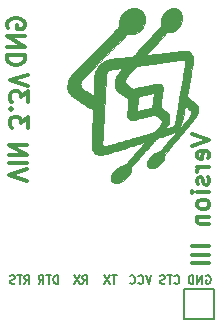
<source format=gbr>
G04 #@! TF.FileFunction,Legend,Bot*
%FSLAX46Y46*%
G04 Gerber Fmt 4.6, Leading zero omitted, Abs format (unit mm)*
G04 Created by KiCad (PCBNEW 4.0.2-4+6225~38~ubuntu14.04.1-stable) date Sat 30 Apr 2016 11:35:10 AM PDT*
%MOMM*%
G01*
G04 APERTURE LIST*
%ADD10C,0.100000*%
%ADD11C,0.300000*%
%ADD12C,0.175000*%
%ADD13C,0.200000*%
%ADD14C,0.010000*%
G04 APERTURE END LIST*
D10*
D11*
X144085571Y-108792071D02*
X145585571Y-109292071D01*
X144085571Y-109792071D01*
X145514143Y-110863499D02*
X145585571Y-110720642D01*
X145585571Y-110434928D01*
X145514143Y-110292071D01*
X145371286Y-110220642D01*
X144799857Y-110220642D01*
X144657000Y-110292071D01*
X144585571Y-110434928D01*
X144585571Y-110720642D01*
X144657000Y-110863499D01*
X144799857Y-110934928D01*
X144942714Y-110934928D01*
X145085571Y-110220642D01*
X145585571Y-111577785D02*
X144585571Y-111577785D01*
X144871286Y-111577785D02*
X144728429Y-111649213D01*
X144657000Y-111720642D01*
X144585571Y-111863499D01*
X144585571Y-112006356D01*
X145514143Y-112434927D02*
X145585571Y-112577784D01*
X145585571Y-112863499D01*
X145514143Y-113006356D01*
X145371286Y-113077784D01*
X145299857Y-113077784D01*
X145157000Y-113006356D01*
X145085571Y-112863499D01*
X145085571Y-112649213D01*
X145014143Y-112506356D01*
X144871286Y-112434927D01*
X144799857Y-112434927D01*
X144657000Y-112506356D01*
X144585571Y-112649213D01*
X144585571Y-112863499D01*
X144657000Y-113006356D01*
X145585571Y-113720642D02*
X144585571Y-113720642D01*
X144085571Y-113720642D02*
X144157000Y-113649213D01*
X144228429Y-113720642D01*
X144157000Y-113792070D01*
X144085571Y-113720642D01*
X144228429Y-113720642D01*
X145585571Y-114649214D02*
X145514143Y-114506356D01*
X145442714Y-114434928D01*
X145299857Y-114363499D01*
X144871286Y-114363499D01*
X144728429Y-114434928D01*
X144657000Y-114506356D01*
X144585571Y-114649214D01*
X144585571Y-114863499D01*
X144657000Y-115006356D01*
X144728429Y-115077785D01*
X144871286Y-115149214D01*
X145299857Y-115149214D01*
X145442714Y-115077785D01*
X145514143Y-115006356D01*
X145585571Y-114863499D01*
X145585571Y-114649214D01*
X144585571Y-115792071D02*
X145585571Y-115792071D01*
X144728429Y-115792071D02*
X144657000Y-115863499D01*
X144585571Y-116006357D01*
X144585571Y-116220642D01*
X144657000Y-116363499D01*
X144799857Y-116434928D01*
X145585571Y-116434928D01*
X145585571Y-118292071D02*
X144085571Y-118292071D01*
X145585571Y-119006357D02*
X144085571Y-119006357D01*
X145585571Y-119720643D02*
X144085571Y-119720643D01*
X130170929Y-112767857D02*
X128670929Y-112267857D01*
X130170929Y-111767857D01*
X128670929Y-111267857D02*
X130170929Y-111267857D01*
X128670929Y-110553571D02*
X130170929Y-110553571D01*
X128670929Y-109696428D01*
X130170929Y-109696428D01*
X128536000Y-99822143D02*
X128464571Y-99679286D01*
X128464571Y-99465000D01*
X128536000Y-99250715D01*
X128678857Y-99107857D01*
X128821714Y-99036429D01*
X129107429Y-98965000D01*
X129321714Y-98965000D01*
X129607429Y-99036429D01*
X129750286Y-99107857D01*
X129893143Y-99250715D01*
X129964571Y-99465000D01*
X129964571Y-99607857D01*
X129893143Y-99822143D01*
X129821714Y-99893572D01*
X129321714Y-99893572D01*
X129321714Y-99607857D01*
X129964571Y-100536429D02*
X128464571Y-100536429D01*
X129964571Y-101393572D01*
X128464571Y-101393572D01*
X129964571Y-102107858D02*
X128464571Y-102107858D01*
X128464571Y-102465001D01*
X128536000Y-102679286D01*
X128678857Y-102822144D01*
X128821714Y-102893572D01*
X129107429Y-102965001D01*
X129321714Y-102965001D01*
X129607429Y-102893572D01*
X129750286Y-102822144D01*
X129893143Y-102679286D01*
X129964571Y-102465001D01*
X129964571Y-102107858D01*
X130234429Y-108259285D02*
X130234429Y-107330714D01*
X129663000Y-107830714D01*
X129663000Y-107616428D01*
X129591571Y-107473571D01*
X129520143Y-107402142D01*
X129377286Y-107330714D01*
X129020143Y-107330714D01*
X128877286Y-107402142D01*
X128805857Y-107473571D01*
X128734429Y-107616428D01*
X128734429Y-108045000D01*
X128805857Y-108187857D01*
X128877286Y-108259285D01*
X128877286Y-106687857D02*
X128805857Y-106616429D01*
X128734429Y-106687857D01*
X128805857Y-106759286D01*
X128877286Y-106687857D01*
X128734429Y-106687857D01*
X130234429Y-106116428D02*
X130234429Y-105187857D01*
X129663000Y-105687857D01*
X129663000Y-105473571D01*
X129591571Y-105330714D01*
X129520143Y-105259285D01*
X129377286Y-105187857D01*
X129020143Y-105187857D01*
X128877286Y-105259285D01*
X128805857Y-105330714D01*
X128734429Y-105473571D01*
X128734429Y-105902143D01*
X128805857Y-106045000D01*
X128877286Y-106116428D01*
X130234429Y-104759286D02*
X128734429Y-104259286D01*
X130234429Y-103759286D01*
D12*
X145313333Y-120808000D02*
X145379999Y-120774667D01*
X145479999Y-120774667D01*
X145579999Y-120808000D01*
X145646666Y-120874667D01*
X145679999Y-120941333D01*
X145713333Y-121074667D01*
X145713333Y-121174667D01*
X145679999Y-121308000D01*
X145646666Y-121374667D01*
X145579999Y-121441333D01*
X145479999Y-121474667D01*
X145413333Y-121474667D01*
X145313333Y-121441333D01*
X145279999Y-121408000D01*
X145279999Y-121174667D01*
X145413333Y-121174667D01*
X144979999Y-121474667D02*
X144979999Y-120774667D01*
X144579999Y-121474667D01*
X144579999Y-120774667D01*
X144246666Y-121474667D02*
X144246666Y-120774667D01*
X144080000Y-120774667D01*
X143980000Y-120808000D01*
X143913333Y-120874667D01*
X143880000Y-120941333D01*
X143846666Y-121074667D01*
X143846666Y-121174667D01*
X143880000Y-121308000D01*
X143913333Y-121374667D01*
X143980000Y-121441333D01*
X144080000Y-121474667D01*
X144246666Y-121474667D01*
X142623333Y-121408000D02*
X142656667Y-121441333D01*
X142756667Y-121474667D01*
X142823333Y-121474667D01*
X142923333Y-121441333D01*
X142990000Y-121374667D01*
X143023333Y-121308000D01*
X143056667Y-121174667D01*
X143056667Y-121074667D01*
X143023333Y-120941333D01*
X142990000Y-120874667D01*
X142923333Y-120808000D01*
X142823333Y-120774667D01*
X142756667Y-120774667D01*
X142656667Y-120808000D01*
X142623333Y-120841333D01*
X142423333Y-120774667D02*
X142023333Y-120774667D01*
X142223333Y-121474667D02*
X142223333Y-120774667D01*
X141823334Y-121441333D02*
X141723334Y-121474667D01*
X141556667Y-121474667D01*
X141490000Y-121441333D01*
X141456667Y-121408000D01*
X141423334Y-121341333D01*
X141423334Y-121274667D01*
X141456667Y-121208000D01*
X141490000Y-121174667D01*
X141556667Y-121141333D01*
X141690000Y-121108000D01*
X141756667Y-121074667D01*
X141790000Y-121041333D01*
X141823334Y-120974667D01*
X141823334Y-120908000D01*
X141790000Y-120841333D01*
X141756667Y-120808000D01*
X141690000Y-120774667D01*
X141523334Y-120774667D01*
X141423334Y-120808000D01*
X140684133Y-120774667D02*
X140450800Y-121474667D01*
X140217467Y-120774667D01*
X139584133Y-121408000D02*
X139617467Y-121441333D01*
X139717467Y-121474667D01*
X139784133Y-121474667D01*
X139884133Y-121441333D01*
X139950800Y-121374667D01*
X139984133Y-121308000D01*
X140017467Y-121174667D01*
X140017467Y-121074667D01*
X139984133Y-120941333D01*
X139950800Y-120874667D01*
X139884133Y-120808000D01*
X139784133Y-120774667D01*
X139717467Y-120774667D01*
X139617467Y-120808000D01*
X139584133Y-120841333D01*
X138884133Y-121408000D02*
X138917467Y-121441333D01*
X139017467Y-121474667D01*
X139084133Y-121474667D01*
X139184133Y-121441333D01*
X139250800Y-121374667D01*
X139284133Y-121308000D01*
X139317467Y-121174667D01*
X139317467Y-121074667D01*
X139284133Y-120941333D01*
X139250800Y-120874667D01*
X139184133Y-120808000D01*
X139084133Y-120774667D01*
X139017467Y-120774667D01*
X138917467Y-120808000D01*
X138884133Y-120841333D01*
X137744133Y-120774667D02*
X137344133Y-120774667D01*
X137544133Y-121474667D02*
X137544133Y-120774667D01*
X137177467Y-120774667D02*
X136710800Y-121474667D01*
X136710800Y-120774667D02*
X137177467Y-121474667D01*
X134838266Y-121474667D02*
X135071600Y-121141333D01*
X135238266Y-121474667D02*
X135238266Y-120774667D01*
X134971600Y-120774667D01*
X134904933Y-120808000D01*
X134871600Y-120841333D01*
X134838266Y-120908000D01*
X134838266Y-121008000D01*
X134871600Y-121074667D01*
X134904933Y-121108000D01*
X134971600Y-121141333D01*
X135238266Y-121141333D01*
X134604933Y-120774667D02*
X134138266Y-121474667D01*
X134138266Y-120774667D02*
X134604933Y-121474667D01*
X132778399Y-121474667D02*
X132778399Y-120774667D01*
X132611733Y-120774667D01*
X132511733Y-120808000D01*
X132445066Y-120874667D01*
X132411733Y-120941333D01*
X132378399Y-121074667D01*
X132378399Y-121174667D01*
X132411733Y-121308000D01*
X132445066Y-121374667D01*
X132511733Y-121441333D01*
X132611733Y-121474667D01*
X132778399Y-121474667D01*
X132178399Y-120774667D02*
X131778399Y-120774667D01*
X131978399Y-121474667D02*
X131978399Y-120774667D01*
X131145066Y-121474667D02*
X131378400Y-121141333D01*
X131545066Y-121474667D02*
X131545066Y-120774667D01*
X131278400Y-120774667D01*
X131211733Y-120808000D01*
X131178400Y-120841333D01*
X131145066Y-120908000D01*
X131145066Y-121008000D01*
X131178400Y-121074667D01*
X131211733Y-121108000D01*
X131278400Y-121141333D01*
X131545066Y-121141333D01*
X129923333Y-121474667D02*
X130156667Y-121141333D01*
X130323333Y-121474667D02*
X130323333Y-120774667D01*
X130056667Y-120774667D01*
X129990000Y-120808000D01*
X129956667Y-120841333D01*
X129923333Y-120908000D01*
X129923333Y-121008000D01*
X129956667Y-121074667D01*
X129990000Y-121108000D01*
X130056667Y-121141333D01*
X130323333Y-121141333D01*
X129723333Y-120774667D02*
X129323333Y-120774667D01*
X129523333Y-121474667D02*
X129523333Y-120774667D01*
X129123334Y-121441333D02*
X129023334Y-121474667D01*
X128856667Y-121474667D01*
X128790000Y-121441333D01*
X128756667Y-121408000D01*
X128723334Y-121341333D01*
X128723334Y-121274667D01*
X128756667Y-121208000D01*
X128790000Y-121174667D01*
X128856667Y-121141333D01*
X128990000Y-121108000D01*
X129056667Y-121074667D01*
X129090000Y-121041333D01*
X129123334Y-120974667D01*
X129123334Y-120908000D01*
X129090000Y-120841333D01*
X129056667Y-120808000D01*
X128990000Y-120774667D01*
X128823334Y-120774667D01*
X128723334Y-120808000D01*
D13*
X145999200Y-124460000D02*
X145999200Y-121920000D01*
X143459200Y-124460000D02*
X145999200Y-124460000D01*
X143459200Y-121920000D02*
X143459200Y-124460000D01*
X145999200Y-121920000D02*
X143459200Y-121920000D01*
D14*
G36*
X137737836Y-112943275D02*
X137859243Y-112918397D01*
X137894227Y-112908759D01*
X138135795Y-112819783D01*
X138359122Y-112697497D01*
X138559736Y-112545071D01*
X138733167Y-112365672D01*
X138816431Y-112255073D01*
X138896220Y-112121110D01*
X138944982Y-111992760D01*
X138967218Y-111855898D01*
X138969780Y-111773699D01*
X138968998Y-111604518D01*
X139175792Y-111377459D01*
X139230804Y-111316591D01*
X139309304Y-111229066D01*
X139407903Y-111118712D01*
X139523209Y-110989351D01*
X139651831Y-110844809D01*
X139790378Y-110688912D01*
X139935459Y-110525484D01*
X140083683Y-110358350D01*
X140231660Y-110191336D01*
X140375997Y-110028265D01*
X140513305Y-109872963D01*
X140640191Y-109729256D01*
X140753266Y-109600967D01*
X140849138Y-109491923D01*
X140924415Y-109405947D01*
X140964920Y-109359367D01*
X141029474Y-109287427D01*
X141090177Y-109224492D01*
X141138792Y-109178865D01*
X141160799Y-109161926D01*
X141197753Y-109145007D01*
X141265906Y-109119181D01*
X141357522Y-109087176D01*
X141464863Y-109051720D01*
X141546879Y-109025793D01*
X141751891Y-108962058D01*
X141922228Y-108908664D01*
X142062090Y-108864114D01*
X142175681Y-108826911D01*
X142267203Y-108795558D01*
X142340857Y-108768558D01*
X142400846Y-108744415D01*
X142451371Y-108721631D01*
X142496635Y-108698710D01*
X142540841Y-108674154D01*
X142551791Y-108667833D01*
X142662823Y-108592765D01*
X142782839Y-108493867D01*
X142901824Y-108380926D01*
X143009766Y-108263730D01*
X143096650Y-108152068D01*
X143126045Y-108106511D01*
X143164228Y-108039341D01*
X143198086Y-107972025D01*
X143228758Y-107900275D01*
X143257382Y-107819800D01*
X143285096Y-107726314D01*
X143313041Y-107615526D01*
X143342353Y-107483148D01*
X143374172Y-107324892D01*
X143409635Y-107136468D01*
X143449883Y-106913587D01*
X143464293Y-106832400D01*
X143488360Y-106693552D01*
X143507452Y-106591738D01*
X143525883Y-106524428D01*
X143547961Y-106489092D01*
X143577999Y-106483198D01*
X143620309Y-106504216D01*
X143679200Y-106549616D01*
X143758985Y-106616868D01*
X143788822Y-106641912D01*
X143885841Y-106724466D01*
X143955189Y-106787823D01*
X144001741Y-106837131D01*
X144030369Y-106877534D01*
X144045628Y-106913106D01*
X144055177Y-107015499D01*
X144026608Y-107130944D01*
X143960110Y-107258917D01*
X143883843Y-107364828D01*
X143841991Y-107416045D01*
X143776132Y-107495036D01*
X143688824Y-107598813D01*
X143582619Y-107724391D01*
X143460074Y-107868782D01*
X143323743Y-108029000D01*
X143176182Y-108202059D01*
X143019945Y-108384973D01*
X142857587Y-108574755D01*
X142691663Y-108768418D01*
X142524728Y-108962976D01*
X142359337Y-109155443D01*
X142198046Y-109342832D01*
X142043408Y-109522157D01*
X141897980Y-109690432D01*
X141764315Y-109844669D01*
X141644970Y-109981883D01*
X141640576Y-109986922D01*
X141397083Y-110266164D01*
X141252121Y-110308962D01*
X141033388Y-110394268D01*
X140829891Y-110514806D01*
X140647372Y-110666295D01*
X140491568Y-110844453D01*
X140445365Y-110910854D01*
X140386145Y-111010938D01*
X140344450Y-111107785D01*
X140314835Y-111216659D01*
X140294621Y-111333280D01*
X140299791Y-111425118D01*
X140335973Y-111519304D01*
X140396669Y-111602537D01*
X140446760Y-111644845D01*
X140483989Y-111667277D01*
X140521056Y-111680729D01*
X140568810Y-111686844D01*
X140638102Y-111687263D01*
X140710920Y-111684819D01*
X140855716Y-111670350D01*
X140985951Y-111636809D01*
X141109472Y-111580338D01*
X141234128Y-111497084D01*
X141367768Y-111383189D01*
X141413912Y-111339447D01*
X141553154Y-111192566D01*
X141657250Y-111053552D01*
X141729355Y-110916685D01*
X141772624Y-110776244D01*
X141788385Y-110660571D01*
X141800043Y-110495862D01*
X142338277Y-109868091D01*
X142473191Y-109710659D01*
X142615273Y-109544728D01*
X142758785Y-109377009D01*
X142897988Y-109214212D01*
X143027144Y-109063047D01*
X143140516Y-108930225D01*
X143221195Y-108835575D01*
X143340692Y-108695552D01*
X143476135Y-108537333D01*
X143617602Y-108372477D01*
X143755170Y-108212546D01*
X143878916Y-108069099D01*
X143907123Y-108036481D01*
X144040845Y-107881142D01*
X144150666Y-107751398D01*
X144239970Y-107642724D01*
X144312139Y-107550597D01*
X144370558Y-107470491D01*
X144418608Y-107397881D01*
X144459673Y-107328243D01*
X144497136Y-107257052D01*
X144511137Y-107228640D01*
X144570868Y-107093166D01*
X144608957Y-106971345D01*
X144629419Y-106845842D01*
X144636268Y-106699320D01*
X144636341Y-106687936D01*
X144635894Y-106613978D01*
X144632026Y-106550126D01*
X144622002Y-106492694D01*
X144603087Y-106437999D01*
X144572545Y-106382355D01*
X144527641Y-106322080D01*
X144465640Y-106253487D01*
X144383807Y-106172893D01*
X144279405Y-106076614D01*
X144149701Y-105960965D01*
X143996860Y-105826560D01*
X143901442Y-105743540D01*
X143828651Y-105678225D01*
X143776355Y-105623494D01*
X143742422Y-105572226D01*
X143724719Y-105517299D01*
X143721115Y-105451593D01*
X143729478Y-105367987D01*
X143747676Y-105259359D01*
X143773577Y-105118589D01*
X143777853Y-105095040D01*
X143803532Y-104952749D01*
X143832119Y-104793938D01*
X143860427Y-104636337D01*
X143885267Y-104497677D01*
X143889271Y-104475280D01*
X143913718Y-104340100D01*
X143942508Y-104183478D01*
X143972227Y-104023862D01*
X143999457Y-103879703D01*
X144002135Y-103865680D01*
X144041497Y-103657565D01*
X144081519Y-103441857D01*
X144120288Y-103229091D01*
X144155895Y-103029800D01*
X144186429Y-102854518D01*
X144199298Y-102778560D01*
X144221624Y-102585145D01*
X144221894Y-102408949D01*
X144200481Y-102255874D01*
X144158629Y-102133593D01*
X144078907Y-102005455D01*
X143977215Y-101895385D01*
X143863775Y-101814312D01*
X143856278Y-101810327D01*
X143779738Y-101781227D01*
X143680720Y-101762979D01*
X143555924Y-101755543D01*
X143402047Y-101758880D01*
X143215790Y-101772951D01*
X142993849Y-101797717D01*
X142976600Y-101799887D01*
X142841512Y-101816732D01*
X142709998Y-101832656D01*
X142591214Y-101846587D01*
X142494319Y-101857449D01*
X142428470Y-101864170D01*
X142427960Y-101864217D01*
X142354932Y-101871516D01*
X142253586Y-101882590D01*
X142135915Y-101896082D01*
X142013916Y-101910640D01*
X141980920Y-101914685D01*
X141665005Y-101953445D01*
X141387482Y-101987007D01*
X141146463Y-102015563D01*
X140940058Y-102039302D01*
X140766379Y-102058417D01*
X140623536Y-102073098D01*
X140509642Y-102083536D01*
X140422806Y-102089922D01*
X140361140Y-102092448D01*
X140322756Y-102091303D01*
X140305764Y-102086680D01*
X140304520Y-102084190D01*
X140317637Y-102064693D01*
X140354734Y-102019062D01*
X140412428Y-101951212D01*
X140487340Y-101865059D01*
X140576086Y-101764517D01*
X140675284Y-101653502D01*
X140705840Y-101619559D01*
X140830352Y-101481351D01*
X140973343Y-101322438D01*
X141126196Y-101152406D01*
X141280298Y-100980844D01*
X141427033Y-100817336D01*
X141544594Y-100686197D01*
X141982029Y-100197920D01*
X142174514Y-100185484D01*
X142288824Y-100176905D01*
X142375131Y-100166142D01*
X142446056Y-100149964D01*
X142514223Y-100125141D01*
X142592254Y-100088443D01*
X142631160Y-100068632D01*
X142793080Y-99964217D01*
X142941137Y-99827643D01*
X143067657Y-99666916D01*
X143145357Y-99532171D01*
X143218886Y-99357024D01*
X143268135Y-99183692D01*
X143290147Y-99023197D01*
X143291048Y-98988880D01*
X143282831Y-98889603D01*
X143260550Y-98772827D01*
X143228303Y-98654368D01*
X143190189Y-98550038D01*
X143163187Y-98495533D01*
X143098514Y-98407332D01*
X143012465Y-98319623D01*
X142919270Y-98245682D01*
X142855089Y-98208117D01*
X142716974Y-98162783D01*
X142560820Y-98145656D01*
X142397582Y-98156463D01*
X142238214Y-98194930D01*
X142161359Y-98225384D01*
X142067254Y-98281374D01*
X141963144Y-98364431D01*
X141857766Y-98465561D01*
X141759859Y-98575770D01*
X141678161Y-98686066D01*
X141626865Y-98775520D01*
X141570070Y-98899858D01*
X141530311Y-99001243D01*
X141504636Y-99092106D01*
X141490094Y-99184879D01*
X141483732Y-99291994D01*
X141482563Y-99383222D01*
X141482047Y-99628960D01*
X141075222Y-100076000D01*
X140977197Y-100183819D01*
X140856751Y-100316468D01*
X140718710Y-100468623D01*
X140567900Y-100634961D01*
X140409145Y-100810159D01*
X140247272Y-100988891D01*
X140087106Y-101165836D01*
X139951692Y-101315520D01*
X139812059Y-101469599D01*
X139678630Y-101616221D01*
X139554266Y-101752287D01*
X139441823Y-101874698D01*
X139344160Y-101980354D01*
X139264136Y-102066156D01*
X139204609Y-102129006D01*
X139168437Y-102165803D01*
X139161957Y-102171836D01*
X139108590Y-102211264D01*
X139050838Y-102234501D01*
X138971608Y-102248116D01*
X138960123Y-102249386D01*
X138903266Y-102255698D01*
X138813537Y-102265979D01*
X138698419Y-102279355D01*
X138565390Y-102294956D01*
X138421931Y-102311909D01*
X138333480Y-102322424D01*
X138177498Y-102340647D01*
X138018292Y-102358600D01*
X137865678Y-102375221D01*
X137729475Y-102389451D01*
X137619502Y-102400228D01*
X137582219Y-102403580D01*
X137469103Y-102414740D01*
X137355975Y-102428322D01*
X137257024Y-102442492D01*
X137194192Y-102453728D01*
X136966384Y-102520547D01*
X136746983Y-102621210D01*
X136541019Y-102751381D01*
X136353522Y-102906726D01*
X136189521Y-103082910D01*
X136054045Y-103275599D01*
X135952124Y-103480459D01*
X135928551Y-103544505D01*
X135909836Y-103605446D01*
X135894129Y-103670829D01*
X135881005Y-103745348D01*
X135870034Y-103833700D01*
X135860788Y-103940579D01*
X135852841Y-104070680D01*
X135845763Y-104228700D01*
X135839126Y-104419333D01*
X135834453Y-104576880D01*
X135827370Y-104815003D01*
X135820563Y-105014932D01*
X135813876Y-105179109D01*
X135807150Y-105309979D01*
X135800230Y-105409984D01*
X135792957Y-105481568D01*
X135785176Y-105527175D01*
X135776729Y-105549247D01*
X135771795Y-105552240D01*
X135749282Y-105541267D01*
X135698720Y-105510743D01*
X135625467Y-105464258D01*
X135534880Y-105405405D01*
X135432318Y-105337774D01*
X135323136Y-105264959D01*
X135212694Y-105190549D01*
X135106349Y-105118138D01*
X135009458Y-105051316D01*
X134927379Y-104993675D01*
X134865469Y-104948807D01*
X134829087Y-104920303D01*
X134828951Y-104920184D01*
X134743036Y-104819350D01*
X134691342Y-104701508D01*
X134675052Y-104573319D01*
X134695349Y-104441442D01*
X134728846Y-104356650D01*
X134744120Y-104329961D01*
X134767101Y-104296698D01*
X134799306Y-104255266D01*
X134842253Y-104204068D01*
X134897458Y-104141509D01*
X134966441Y-104065991D01*
X135050719Y-103975919D01*
X135151809Y-103869696D01*
X135271228Y-103745727D01*
X135410496Y-103602415D01*
X135571129Y-103438163D01*
X135754645Y-103251377D01*
X135962562Y-103040458D01*
X136196397Y-102803813D01*
X136422493Y-102575360D01*
X136602685Y-102393295D01*
X136797705Y-102196067D01*
X137001324Y-101989988D01*
X137207311Y-101781370D01*
X137409438Y-101576523D01*
X137601475Y-101381758D01*
X137777193Y-101203386D01*
X137926781Y-101051360D01*
X138606066Y-100360480D01*
X138891413Y-100360480D01*
X139006015Y-100360063D01*
X139089725Y-100357850D01*
X139152289Y-100352404D01*
X139203451Y-100342285D01*
X139252957Y-100326053D01*
X139310554Y-100302270D01*
X139323435Y-100296684D01*
X139533243Y-100185268D01*
X139713803Y-100047411D01*
X139863464Y-99885569D01*
X139980577Y-99702197D01*
X140063492Y-99499750D01*
X140110559Y-99280683D01*
X140121339Y-99109409D01*
X140104166Y-98903720D01*
X140052615Y-98716971D01*
X139967745Y-98551251D01*
X139850618Y-98408649D01*
X139707961Y-98294889D01*
X139531854Y-98204725D01*
X139342276Y-98151805D01*
X139143341Y-98136732D01*
X138939163Y-98160113D01*
X138882120Y-98173500D01*
X138695782Y-98240761D01*
X138519574Y-98343516D01*
X138349412Y-98484194D01*
X138331795Y-98501200D01*
X138247905Y-98587664D01*
X138185909Y-98664228D01*
X138135208Y-98745402D01*
X138094277Y-98826320D01*
X138042935Y-98942128D01*
X138005685Y-99047109D01*
X137981101Y-99150661D01*
X137967757Y-99262178D01*
X137964225Y-99391060D01*
X137969080Y-99546702D01*
X137973320Y-99623040D01*
X137973538Y-99633963D01*
X137971927Y-99645640D01*
X137967092Y-99659529D01*
X137957638Y-99677090D01*
X137942170Y-99699780D01*
X137919293Y-99729060D01*
X137887613Y-99766388D01*
X137845733Y-99813222D01*
X137792259Y-99871023D01*
X137725796Y-99941249D01*
X137644949Y-100025359D01*
X137548324Y-100124812D01*
X137434524Y-100241067D01*
X137302156Y-100375583D01*
X137149824Y-100529818D01*
X136976132Y-100705233D01*
X136779687Y-100903285D01*
X136559093Y-101125434D01*
X136312955Y-101373139D01*
X136039879Y-101647858D01*
X135972138Y-101716000D01*
X135733006Y-101956742D01*
X135500819Y-102190874D01*
X135277292Y-102416647D01*
X135064143Y-102632312D01*
X134863088Y-102836120D01*
X134675843Y-103026322D01*
X134504123Y-103201168D01*
X134349647Y-103358910D01*
X134214129Y-103497798D01*
X134099286Y-103616084D01*
X134006834Y-103712018D01*
X133938490Y-103783851D01*
X133895970Y-103829835D01*
X133882746Y-103845360D01*
X133804582Y-103964395D01*
X133728586Y-104105855D01*
X133662675Y-104253333D01*
X133614765Y-104390419D01*
X133608252Y-104414320D01*
X133589141Y-104521533D01*
X133578310Y-104652561D01*
X133576017Y-104791582D01*
X133582519Y-104922774D01*
X133598076Y-105030316D01*
X133598185Y-105030804D01*
X133641264Y-105163617D01*
X133709330Y-105303601D01*
X133793944Y-105434817D01*
X133846704Y-105499986D01*
X133880805Y-105535909D01*
X133921408Y-105573596D01*
X133971360Y-105614962D01*
X134033508Y-105661923D01*
X134110699Y-105716391D01*
X134205780Y-105780281D01*
X134321598Y-105855508D01*
X134461001Y-105943986D01*
X134626835Y-106047629D01*
X134821948Y-106168352D01*
X135041640Y-106303438D01*
X135188319Y-106393687D01*
X135324800Y-106478137D01*
X135447012Y-106554233D01*
X135550891Y-106619424D01*
X135632367Y-106671157D01*
X135687373Y-106706878D01*
X135711842Y-106724035D01*
X135712000Y-106724178D01*
X135727864Y-106750310D01*
X135736200Y-106797106D01*
X135738029Y-106872554D01*
X135736960Y-106919286D01*
X135733190Y-107034263D01*
X135728111Y-107183938D01*
X135721935Y-107362401D01*
X135714875Y-107563739D01*
X135707143Y-107782040D01*
X135698952Y-108011392D01*
X135690515Y-108245883D01*
X135682043Y-108479600D01*
X135673749Y-108706632D01*
X135665846Y-108921067D01*
X135658546Y-109116992D01*
X135652061Y-109288495D01*
X135648443Y-109382560D01*
X135641674Y-109561010D01*
X135639258Y-109631466D01*
X136537789Y-109631466D01*
X136538782Y-109586395D01*
X136541901Y-109505991D01*
X136546865Y-109395488D01*
X136553394Y-109260123D01*
X136561209Y-109105131D01*
X136570028Y-108935747D01*
X136579572Y-108757207D01*
X136589560Y-108574745D01*
X136599713Y-108393597D01*
X136609750Y-108218999D01*
X136619391Y-108056186D01*
X136628356Y-107910394D01*
X136636365Y-107786856D01*
X136637011Y-107777280D01*
X136643456Y-107680533D01*
X136650054Y-107578090D01*
X136656969Y-107467056D01*
X136664364Y-107344538D01*
X136672400Y-107207641D01*
X136681241Y-107053471D01*
X136691049Y-106879133D01*
X136701988Y-106681732D01*
X136714220Y-106458375D01*
X136727907Y-106206168D01*
X136743213Y-105922214D01*
X136760300Y-105603622D01*
X136779332Y-105247495D01*
X136780419Y-105227120D01*
X136795747Y-104939120D01*
X136809041Y-104688898D01*
X136820537Y-104473658D01*
X136830471Y-104290599D01*
X136839081Y-104136926D01*
X136846602Y-104009841D01*
X136853272Y-103906544D01*
X136859327Y-103824239D01*
X136865004Y-103760128D01*
X136870539Y-103711412D01*
X136876170Y-103675294D01*
X136882132Y-103648976D01*
X136888662Y-103629661D01*
X136895997Y-103614549D01*
X136904374Y-103600844D01*
X136914030Y-103585748D01*
X136920100Y-103575613D01*
X136961354Y-103511402D01*
X137006790Y-103459181D01*
X137061723Y-103416727D01*
X137131467Y-103381820D01*
X137221336Y-103352237D01*
X137336644Y-103325757D01*
X137482705Y-103300159D01*
X137632440Y-103277799D01*
X137793872Y-103255003D01*
X137919541Y-103237892D01*
X138013880Y-103226163D01*
X138081322Y-103219513D01*
X138126301Y-103217641D01*
X138153248Y-103220242D01*
X138166599Y-103227015D01*
X138170785Y-103237656D01*
X138170920Y-103241025D01*
X138158626Y-103265416D01*
X138124942Y-103314333D01*
X138074667Y-103381226D01*
X138012596Y-103459544D01*
X137996089Y-103479785D01*
X137902696Y-103595823D01*
X137831214Y-103691203D01*
X137776130Y-103775261D01*
X137731927Y-103857328D01*
X137693093Y-103946739D01*
X137654112Y-104052826D01*
X137649303Y-104066713D01*
X137616131Y-104168812D01*
X137595869Y-104251096D01*
X137588436Y-104308450D01*
X138475736Y-104308450D01*
X138483079Y-104223636D01*
X138507077Y-104138912D01*
X138550719Y-104049073D01*
X138616997Y-103948918D01*
X138708900Y-103833245D01*
X138823692Y-103703120D01*
X138916896Y-103600538D01*
X139015680Y-103491084D01*
X139110279Y-103385623D01*
X139190930Y-103295019D01*
X139216332Y-103266240D01*
X139282071Y-103192589D01*
X139340579Y-103129009D01*
X139385299Y-103082500D01*
X139409067Y-103060485D01*
X139446489Y-103045238D01*
X139508054Y-103030845D01*
X139552680Y-103023989D01*
X139604025Y-103017412D01*
X139688571Y-103006209D01*
X139799262Y-102991333D01*
X139929044Y-102973735D01*
X140070862Y-102954366D01*
X140172440Y-102940412D01*
X140348939Y-102916159D01*
X140550906Y-102888490D01*
X140763533Y-102859430D01*
X140972014Y-102831002D01*
X141161542Y-102805228D01*
X141208760Y-102798822D01*
X141369671Y-102776824D01*
X141534494Y-102753971D01*
X141693614Y-102731620D01*
X141837417Y-102711125D01*
X141956290Y-102693843D01*
X142011400Y-102685617D01*
X142127430Y-102668381D01*
X142262108Y-102648947D01*
X142409528Y-102628112D01*
X142563784Y-102606673D01*
X142718969Y-102585427D01*
X142869177Y-102565169D01*
X143008503Y-102546697D01*
X143131039Y-102530809D01*
X143230879Y-102518299D01*
X143302118Y-102509965D01*
X143338289Y-102506626D01*
X143398912Y-102514512D01*
X143452266Y-102533762D01*
X143497155Y-102568496D01*
X143532306Y-102625338D01*
X143563136Y-102713244D01*
X143565162Y-102720398D01*
X143565396Y-102753256D01*
X143558848Y-102819082D01*
X143546461Y-102910943D01*
X143529178Y-103021908D01*
X143507943Y-103145045D01*
X143505726Y-103157278D01*
X143479923Y-103299040D01*
X143453163Y-103446032D01*
X143427611Y-103586364D01*
X143405431Y-103708144D01*
X143391538Y-103784400D01*
X143370797Y-103901572D01*
X143349533Y-104027281D01*
X143330844Y-104142979D01*
X143321993Y-104200960D01*
X143309830Y-104279216D01*
X143292107Y-104387618D01*
X143270478Y-104516323D01*
X143246599Y-104655483D01*
X143222125Y-104795252D01*
X143221214Y-104800400D01*
X143179290Y-105037670D01*
X143137747Y-105274095D01*
X143097355Y-105505201D01*
X143058886Y-105726516D01*
X143023111Y-105933564D01*
X142990801Y-106121870D01*
X142962728Y-106286962D01*
X142939662Y-106424364D01*
X142922374Y-106529603D01*
X142913633Y-106584941D01*
X142898464Y-106679877D01*
X142882928Y-106770038D01*
X142869627Y-106840554D01*
X142865665Y-106859261D01*
X142855270Y-106912048D01*
X142840792Y-106994074D01*
X142824100Y-107094376D01*
X142807067Y-107201992D01*
X142806093Y-107208320D01*
X142774094Y-107404312D01*
X142741532Y-107580466D01*
X142709334Y-107732761D01*
X142678425Y-107857172D01*
X142649734Y-107949677D01*
X142624185Y-108006251D01*
X142621441Y-108010341D01*
X142574873Y-108064356D01*
X142523671Y-108109208D01*
X142478955Y-108134148D01*
X142410446Y-108164473D01*
X142325598Y-108197723D01*
X142231863Y-108231439D01*
X142136696Y-108263162D01*
X142047549Y-108290432D01*
X141971876Y-108310792D01*
X141917131Y-108321781D01*
X141890766Y-108320940D01*
X141889480Y-108318444D01*
X141899605Y-108294419D01*
X141925817Y-108247740D01*
X141953391Y-108202899D01*
X142065089Y-108008943D01*
X142143956Y-107827610D01*
X142192481Y-107651422D01*
X142213157Y-107472904D01*
X142214299Y-107419846D01*
X142211730Y-107329265D01*
X142200827Y-107260259D01*
X142177428Y-107193980D01*
X142153024Y-107142389D01*
X142125845Y-107092149D01*
X142094938Y-107045933D01*
X142055730Y-106999358D01*
X142003645Y-106948039D01*
X141934109Y-106887592D01*
X141842548Y-106813633D01*
X141724385Y-106721779D01*
X141673010Y-106682381D01*
X141594139Y-106619994D01*
X141527727Y-106563599D01*
X141480307Y-106519020D01*
X141458409Y-106492081D01*
X141457856Y-106490511D01*
X141458160Y-106461247D01*
X141463889Y-106398021D01*
X141474308Y-106307043D01*
X141488683Y-106194522D01*
X141506279Y-106066667D01*
X141516003Y-105999280D01*
X141538864Y-105843236D01*
X141563043Y-105678148D01*
X141586787Y-105515990D01*
X141608343Y-105368736D01*
X141625958Y-105248362D01*
X141627628Y-105236945D01*
X141647032Y-105093597D01*
X141657580Y-104982887D01*
X141658887Y-104897707D01*
X141650566Y-104830946D01*
X141632231Y-104775494D01*
X141603494Y-104724244D01*
X141599425Y-104718180D01*
X141557158Y-104662368D01*
X141512075Y-104619135D01*
X141459701Y-104588123D01*
X141395563Y-104568976D01*
X141315185Y-104561337D01*
X141214094Y-104564851D01*
X141087815Y-104579162D01*
X140931873Y-104603911D01*
X140741794Y-104638745D01*
X140700760Y-104646607D01*
X140550901Y-104675464D01*
X140401346Y-104704262D01*
X140260953Y-104731296D01*
X140138576Y-104754861D01*
X140043072Y-104773251D01*
X140009880Y-104779642D01*
X139893630Y-104801450D01*
X139763865Y-104824905D01*
X139643834Y-104845826D01*
X139613640Y-104850910D01*
X139495405Y-104875749D01*
X139380779Y-104908781D01*
X139291318Y-104943326D01*
X139225065Y-104973284D01*
X139173530Y-104994862D01*
X139147439Y-105003582D01*
X139147030Y-105003600D01*
X139124822Y-104992229D01*
X139077031Y-104961414D01*
X139010580Y-104916106D01*
X138932391Y-104861255D01*
X138849385Y-104801810D01*
X138768487Y-104742722D01*
X138696617Y-104688941D01*
X138640698Y-104645416D01*
X138611019Y-104620311D01*
X138529884Y-104518635D01*
X138484880Y-104399225D01*
X138475736Y-104308450D01*
X137588436Y-104308450D01*
X137585495Y-104331140D01*
X137581986Y-104426516D01*
X137581821Y-104459040D01*
X137591892Y-104661775D01*
X137623712Y-104835027D01*
X137679084Y-104984721D01*
X137759810Y-105116783D01*
X137795448Y-105161178D01*
X137833408Y-105197130D01*
X137899745Y-105251030D01*
X137988793Y-105318634D01*
X138094886Y-105395695D01*
X138212355Y-105477968D01*
X138278618Y-105523131D01*
X138394607Y-105601998D01*
X138500532Y-105675138D01*
X138591313Y-105738953D01*
X138661871Y-105789847D01*
X138707127Y-105824222D01*
X138720816Y-105836281D01*
X138736597Y-105862089D01*
X138743750Y-105899736D01*
X138743070Y-105959115D01*
X138736816Y-106035215D01*
X138727615Y-106132949D01*
X138718521Y-106233719D01*
X138711479Y-106315970D01*
X138711388Y-106317085D01*
X138705743Y-106381009D01*
X138696940Y-106474249D01*
X138686053Y-106585703D01*
X138674155Y-106704268D01*
X138670405Y-106740960D01*
X138663890Y-106810452D01*
X139464265Y-106810452D01*
X139464525Y-106744937D01*
X139470121Y-106644501D01*
X139480851Y-106511797D01*
X139496509Y-106349482D01*
X139516893Y-106160210D01*
X139531074Y-106036794D01*
X139550927Y-105885648D01*
X139571411Y-105770445D01*
X139593992Y-105686494D01*
X139620132Y-105629108D01*
X139651296Y-105593597D01*
X139673524Y-105580620D01*
X139701338Y-105572982D01*
X139763317Y-105558483D01*
X139853803Y-105538363D01*
X139967137Y-105513863D01*
X140097661Y-105486224D01*
X140223240Y-105460086D01*
X140413182Y-105421474D01*
X140566696Y-105391720D01*
X140686909Y-105370354D01*
X140776947Y-105356904D01*
X140839935Y-105350900D01*
X140879002Y-105351871D01*
X140896611Y-105358625D01*
X140898171Y-105381738D01*
X140893984Y-105434963D01*
X140884933Y-105508319D01*
X140880852Y-105536425D01*
X140869871Y-105614033D01*
X140855704Y-105721123D01*
X140839743Y-105846796D01*
X140823381Y-105980151D01*
X140812649Y-106070400D01*
X140794499Y-106223106D01*
X140779213Y-106340444D01*
X140765054Y-106427428D01*
X140750282Y-106489070D01*
X140733161Y-106530380D01*
X140711951Y-106556372D01*
X140684915Y-106572056D01*
X140650315Y-106582446D01*
X140633735Y-106586294D01*
X140588179Y-106596764D01*
X140509511Y-106615011D01*
X140404181Y-106639532D01*
X140278645Y-106668822D01*
X140139354Y-106701378D01*
X140011805Y-106731234D01*
X139871240Y-106763443D01*
X139743641Y-106791309D01*
X139634335Y-106813781D01*
X139548651Y-106829804D01*
X139491917Y-106838325D01*
X139469545Y-106838390D01*
X139464265Y-106810452D01*
X138663890Y-106810452D01*
X138652171Y-106935447D01*
X138641418Y-107093970D01*
X138638222Y-107220526D01*
X138642660Y-107319111D01*
X138654807Y-107393721D01*
X138674739Y-107448353D01*
X138684164Y-107464396D01*
X138762182Y-107546267D01*
X138866903Y-107598660D01*
X138996716Y-107621252D01*
X139150014Y-107613723D01*
X139289772Y-107585458D01*
X139489161Y-107533663D01*
X139690387Y-107481778D01*
X139889278Y-107430848D01*
X140081661Y-107381920D01*
X140263362Y-107336040D01*
X140430210Y-107294253D01*
X140578031Y-107257604D01*
X140702653Y-107227140D01*
X140799902Y-107203906D01*
X140865607Y-107188948D01*
X140893800Y-107183488D01*
X140924485Y-107182341D01*
X140956712Y-107189138D01*
X140996739Y-107207227D01*
X141050824Y-107239959D01*
X141125226Y-107290684D01*
X141218920Y-107357503D01*
X141318189Y-107431565D01*
X141403463Y-107500161D01*
X141468572Y-107558045D01*
X141507349Y-107599970D01*
X141511866Y-107606754D01*
X141546629Y-107700213D01*
X141545106Y-107802818D01*
X141507022Y-107917813D01*
X141481386Y-107968194D01*
X141441387Y-108030535D01*
X141381206Y-108112110D01*
X141307112Y-108205578D01*
X141225375Y-108303603D01*
X141142264Y-108398845D01*
X141064049Y-108483968D01*
X140997001Y-108551631D01*
X140947387Y-108594498D01*
X140944600Y-108596470D01*
X140909451Y-108613163D01*
X140841040Y-108639074D01*
X140745211Y-108672359D01*
X140627808Y-108711175D01*
X140494674Y-108753676D01*
X140351653Y-108798018D01*
X140204587Y-108842357D01*
X140059322Y-108884848D01*
X139921700Y-108923647D01*
X139827000Y-108949217D01*
X139731347Y-108975798D01*
X139622291Y-109008099D01*
X139532360Y-109036278D01*
X139474952Y-109054282D01*
X139383098Y-109082255D01*
X139261384Y-109118849D01*
X139114395Y-109162713D01*
X138946719Y-109212498D01*
X138762941Y-109266856D01*
X138567646Y-109324435D01*
X138365421Y-109383888D01*
X138160851Y-109443864D01*
X137958523Y-109503014D01*
X137763023Y-109559988D01*
X137578936Y-109613438D01*
X137410848Y-109662014D01*
X137263346Y-109704366D01*
X137215880Y-109717911D01*
X137071039Y-109758781D01*
X136959565Y-109789086D01*
X136875901Y-109809951D01*
X136814491Y-109822501D01*
X136769779Y-109827862D01*
X136736209Y-109827160D01*
X136708224Y-109821520D01*
X136706663Y-109821068D01*
X136624079Y-109780880D01*
X136565606Y-109720087D01*
X136538720Y-109647081D01*
X136537789Y-109631466D01*
X135639258Y-109631466D01*
X135636776Y-109703832D01*
X135633824Y-109815999D01*
X135632892Y-109902483D01*
X135634052Y-109968257D01*
X135637380Y-110018293D01*
X135642948Y-110057564D01*
X135650831Y-110091043D01*
X135659371Y-110118556D01*
X135724151Y-110250272D01*
X135822407Y-110362283D01*
X135950835Y-110452169D01*
X136106131Y-110517507D01*
X136249366Y-110550779D01*
X136327413Y-110560916D01*
X136403770Y-110564954D01*
X136483697Y-110561931D01*
X136572454Y-110550886D01*
X136675305Y-110530858D01*
X136797508Y-110500885D01*
X136944326Y-110460007D01*
X137121020Y-110407263D01*
X137246360Y-110368654D01*
X137392361Y-110323385D01*
X137562873Y-110270623D01*
X137743558Y-110214796D01*
X137920074Y-110160336D01*
X138069320Y-110114370D01*
X138190162Y-110077044D01*
X138342220Y-110029840D01*
X138517952Y-109975110D01*
X138709820Y-109915210D01*
X138910282Y-109852494D01*
X139111800Y-109789315D01*
X139306832Y-109728027D01*
X139310149Y-109726983D01*
X139483061Y-109672674D01*
X139643881Y-109622361D01*
X139788489Y-109577317D01*
X139912763Y-109538817D01*
X140012584Y-109508136D01*
X140083829Y-109486549D01*
X140122378Y-109475329D01*
X140128029Y-109474001D01*
X140139567Y-109479079D01*
X140136382Y-109496411D01*
X140116119Y-109529146D01*
X140076419Y-109580428D01*
X140014926Y-109653406D01*
X139929283Y-109751226D01*
X139872720Y-109814864D01*
X139797557Y-109899129D01*
X139700219Y-110008254D01*
X139585581Y-110136769D01*
X139458522Y-110279207D01*
X139323918Y-110430101D01*
X139186648Y-110583982D01*
X139051589Y-110735383D01*
X139036573Y-110752215D01*
X138914068Y-110888812D01*
X138798637Y-111016126D01*
X138693336Y-111130887D01*
X138601223Y-111229825D01*
X138525354Y-111309672D01*
X138468785Y-111367158D01*
X138434573Y-111399014D01*
X138426973Y-111404247D01*
X138388820Y-111417562D01*
X138323433Y-111438980D01*
X138242440Y-111464720D01*
X138207438Y-111475640D01*
X138032883Y-111545791D01*
X137858373Y-111645198D01*
X137691752Y-111767321D01*
X137540868Y-111905622D01*
X137413565Y-112053561D01*
X137317689Y-112204598D01*
X137306933Y-112226217D01*
X137267006Y-112314507D01*
X137243358Y-112383738D01*
X137231847Y-112449987D01*
X137228333Y-112529334D01*
X137228313Y-112531467D01*
X137234515Y-112645773D01*
X137259367Y-112731381D01*
X137308766Y-112798180D01*
X137388607Y-112856058D01*
X137437714Y-112882681D01*
X137539590Y-112926132D01*
X137635458Y-112946092D01*
X137737836Y-112943275D01*
X137737836Y-112943275D01*
G37*
X137737836Y-112943275D02*
X137859243Y-112918397D01*
X137894227Y-112908759D01*
X138135795Y-112819783D01*
X138359122Y-112697497D01*
X138559736Y-112545071D01*
X138733167Y-112365672D01*
X138816431Y-112255073D01*
X138896220Y-112121110D01*
X138944982Y-111992760D01*
X138967218Y-111855898D01*
X138969780Y-111773699D01*
X138968998Y-111604518D01*
X139175792Y-111377459D01*
X139230804Y-111316591D01*
X139309304Y-111229066D01*
X139407903Y-111118712D01*
X139523209Y-110989351D01*
X139651831Y-110844809D01*
X139790378Y-110688912D01*
X139935459Y-110525484D01*
X140083683Y-110358350D01*
X140231660Y-110191336D01*
X140375997Y-110028265D01*
X140513305Y-109872963D01*
X140640191Y-109729256D01*
X140753266Y-109600967D01*
X140849138Y-109491923D01*
X140924415Y-109405947D01*
X140964920Y-109359367D01*
X141029474Y-109287427D01*
X141090177Y-109224492D01*
X141138792Y-109178865D01*
X141160799Y-109161926D01*
X141197753Y-109145007D01*
X141265906Y-109119181D01*
X141357522Y-109087176D01*
X141464863Y-109051720D01*
X141546879Y-109025793D01*
X141751891Y-108962058D01*
X141922228Y-108908664D01*
X142062090Y-108864114D01*
X142175681Y-108826911D01*
X142267203Y-108795558D01*
X142340857Y-108768558D01*
X142400846Y-108744415D01*
X142451371Y-108721631D01*
X142496635Y-108698710D01*
X142540841Y-108674154D01*
X142551791Y-108667833D01*
X142662823Y-108592765D01*
X142782839Y-108493867D01*
X142901824Y-108380926D01*
X143009766Y-108263730D01*
X143096650Y-108152068D01*
X143126045Y-108106511D01*
X143164228Y-108039341D01*
X143198086Y-107972025D01*
X143228758Y-107900275D01*
X143257382Y-107819800D01*
X143285096Y-107726314D01*
X143313041Y-107615526D01*
X143342353Y-107483148D01*
X143374172Y-107324892D01*
X143409635Y-107136468D01*
X143449883Y-106913587D01*
X143464293Y-106832400D01*
X143488360Y-106693552D01*
X143507452Y-106591738D01*
X143525883Y-106524428D01*
X143547961Y-106489092D01*
X143577999Y-106483198D01*
X143620309Y-106504216D01*
X143679200Y-106549616D01*
X143758985Y-106616868D01*
X143788822Y-106641912D01*
X143885841Y-106724466D01*
X143955189Y-106787823D01*
X144001741Y-106837131D01*
X144030369Y-106877534D01*
X144045628Y-106913106D01*
X144055177Y-107015499D01*
X144026608Y-107130944D01*
X143960110Y-107258917D01*
X143883843Y-107364828D01*
X143841991Y-107416045D01*
X143776132Y-107495036D01*
X143688824Y-107598813D01*
X143582619Y-107724391D01*
X143460074Y-107868782D01*
X143323743Y-108029000D01*
X143176182Y-108202059D01*
X143019945Y-108384973D01*
X142857587Y-108574755D01*
X142691663Y-108768418D01*
X142524728Y-108962976D01*
X142359337Y-109155443D01*
X142198046Y-109342832D01*
X142043408Y-109522157D01*
X141897980Y-109690432D01*
X141764315Y-109844669D01*
X141644970Y-109981883D01*
X141640576Y-109986922D01*
X141397083Y-110266164D01*
X141252121Y-110308962D01*
X141033388Y-110394268D01*
X140829891Y-110514806D01*
X140647372Y-110666295D01*
X140491568Y-110844453D01*
X140445365Y-110910854D01*
X140386145Y-111010938D01*
X140344450Y-111107785D01*
X140314835Y-111216659D01*
X140294621Y-111333280D01*
X140299791Y-111425118D01*
X140335973Y-111519304D01*
X140396669Y-111602537D01*
X140446760Y-111644845D01*
X140483989Y-111667277D01*
X140521056Y-111680729D01*
X140568810Y-111686844D01*
X140638102Y-111687263D01*
X140710920Y-111684819D01*
X140855716Y-111670350D01*
X140985951Y-111636809D01*
X141109472Y-111580338D01*
X141234128Y-111497084D01*
X141367768Y-111383189D01*
X141413912Y-111339447D01*
X141553154Y-111192566D01*
X141657250Y-111053552D01*
X141729355Y-110916685D01*
X141772624Y-110776244D01*
X141788385Y-110660571D01*
X141800043Y-110495862D01*
X142338277Y-109868091D01*
X142473191Y-109710659D01*
X142615273Y-109544728D01*
X142758785Y-109377009D01*
X142897988Y-109214212D01*
X143027144Y-109063047D01*
X143140516Y-108930225D01*
X143221195Y-108835575D01*
X143340692Y-108695552D01*
X143476135Y-108537333D01*
X143617602Y-108372477D01*
X143755170Y-108212546D01*
X143878916Y-108069099D01*
X143907123Y-108036481D01*
X144040845Y-107881142D01*
X144150666Y-107751398D01*
X144239970Y-107642724D01*
X144312139Y-107550597D01*
X144370558Y-107470491D01*
X144418608Y-107397881D01*
X144459673Y-107328243D01*
X144497136Y-107257052D01*
X144511137Y-107228640D01*
X144570868Y-107093166D01*
X144608957Y-106971345D01*
X144629419Y-106845842D01*
X144636268Y-106699320D01*
X144636341Y-106687936D01*
X144635894Y-106613978D01*
X144632026Y-106550126D01*
X144622002Y-106492694D01*
X144603087Y-106437999D01*
X144572545Y-106382355D01*
X144527641Y-106322080D01*
X144465640Y-106253487D01*
X144383807Y-106172893D01*
X144279405Y-106076614D01*
X144149701Y-105960965D01*
X143996860Y-105826560D01*
X143901442Y-105743540D01*
X143828651Y-105678225D01*
X143776355Y-105623494D01*
X143742422Y-105572226D01*
X143724719Y-105517299D01*
X143721115Y-105451593D01*
X143729478Y-105367987D01*
X143747676Y-105259359D01*
X143773577Y-105118589D01*
X143777853Y-105095040D01*
X143803532Y-104952749D01*
X143832119Y-104793938D01*
X143860427Y-104636337D01*
X143885267Y-104497677D01*
X143889271Y-104475280D01*
X143913718Y-104340100D01*
X143942508Y-104183478D01*
X143972227Y-104023862D01*
X143999457Y-103879703D01*
X144002135Y-103865680D01*
X144041497Y-103657565D01*
X144081519Y-103441857D01*
X144120288Y-103229091D01*
X144155895Y-103029800D01*
X144186429Y-102854518D01*
X144199298Y-102778560D01*
X144221624Y-102585145D01*
X144221894Y-102408949D01*
X144200481Y-102255874D01*
X144158629Y-102133593D01*
X144078907Y-102005455D01*
X143977215Y-101895385D01*
X143863775Y-101814312D01*
X143856278Y-101810327D01*
X143779738Y-101781227D01*
X143680720Y-101762979D01*
X143555924Y-101755543D01*
X143402047Y-101758880D01*
X143215790Y-101772951D01*
X142993849Y-101797717D01*
X142976600Y-101799887D01*
X142841512Y-101816732D01*
X142709998Y-101832656D01*
X142591214Y-101846587D01*
X142494319Y-101857449D01*
X142428470Y-101864170D01*
X142427960Y-101864217D01*
X142354932Y-101871516D01*
X142253586Y-101882590D01*
X142135915Y-101896082D01*
X142013916Y-101910640D01*
X141980920Y-101914685D01*
X141665005Y-101953445D01*
X141387482Y-101987007D01*
X141146463Y-102015563D01*
X140940058Y-102039302D01*
X140766379Y-102058417D01*
X140623536Y-102073098D01*
X140509642Y-102083536D01*
X140422806Y-102089922D01*
X140361140Y-102092448D01*
X140322756Y-102091303D01*
X140305764Y-102086680D01*
X140304520Y-102084190D01*
X140317637Y-102064693D01*
X140354734Y-102019062D01*
X140412428Y-101951212D01*
X140487340Y-101865059D01*
X140576086Y-101764517D01*
X140675284Y-101653502D01*
X140705840Y-101619559D01*
X140830352Y-101481351D01*
X140973343Y-101322438D01*
X141126196Y-101152406D01*
X141280298Y-100980844D01*
X141427033Y-100817336D01*
X141544594Y-100686197D01*
X141982029Y-100197920D01*
X142174514Y-100185484D01*
X142288824Y-100176905D01*
X142375131Y-100166142D01*
X142446056Y-100149964D01*
X142514223Y-100125141D01*
X142592254Y-100088443D01*
X142631160Y-100068632D01*
X142793080Y-99964217D01*
X142941137Y-99827643D01*
X143067657Y-99666916D01*
X143145357Y-99532171D01*
X143218886Y-99357024D01*
X143268135Y-99183692D01*
X143290147Y-99023197D01*
X143291048Y-98988880D01*
X143282831Y-98889603D01*
X143260550Y-98772827D01*
X143228303Y-98654368D01*
X143190189Y-98550038D01*
X143163187Y-98495533D01*
X143098514Y-98407332D01*
X143012465Y-98319623D01*
X142919270Y-98245682D01*
X142855089Y-98208117D01*
X142716974Y-98162783D01*
X142560820Y-98145656D01*
X142397582Y-98156463D01*
X142238214Y-98194930D01*
X142161359Y-98225384D01*
X142067254Y-98281374D01*
X141963144Y-98364431D01*
X141857766Y-98465561D01*
X141759859Y-98575770D01*
X141678161Y-98686066D01*
X141626865Y-98775520D01*
X141570070Y-98899858D01*
X141530311Y-99001243D01*
X141504636Y-99092106D01*
X141490094Y-99184879D01*
X141483732Y-99291994D01*
X141482563Y-99383222D01*
X141482047Y-99628960D01*
X141075222Y-100076000D01*
X140977197Y-100183819D01*
X140856751Y-100316468D01*
X140718710Y-100468623D01*
X140567900Y-100634961D01*
X140409145Y-100810159D01*
X140247272Y-100988891D01*
X140087106Y-101165836D01*
X139951692Y-101315520D01*
X139812059Y-101469599D01*
X139678630Y-101616221D01*
X139554266Y-101752287D01*
X139441823Y-101874698D01*
X139344160Y-101980354D01*
X139264136Y-102066156D01*
X139204609Y-102129006D01*
X139168437Y-102165803D01*
X139161957Y-102171836D01*
X139108590Y-102211264D01*
X139050838Y-102234501D01*
X138971608Y-102248116D01*
X138960123Y-102249386D01*
X138903266Y-102255698D01*
X138813537Y-102265979D01*
X138698419Y-102279355D01*
X138565390Y-102294956D01*
X138421931Y-102311909D01*
X138333480Y-102322424D01*
X138177498Y-102340647D01*
X138018292Y-102358600D01*
X137865678Y-102375221D01*
X137729475Y-102389451D01*
X137619502Y-102400228D01*
X137582219Y-102403580D01*
X137469103Y-102414740D01*
X137355975Y-102428322D01*
X137257024Y-102442492D01*
X137194192Y-102453728D01*
X136966384Y-102520547D01*
X136746983Y-102621210D01*
X136541019Y-102751381D01*
X136353522Y-102906726D01*
X136189521Y-103082910D01*
X136054045Y-103275599D01*
X135952124Y-103480459D01*
X135928551Y-103544505D01*
X135909836Y-103605446D01*
X135894129Y-103670829D01*
X135881005Y-103745348D01*
X135870034Y-103833700D01*
X135860788Y-103940579D01*
X135852841Y-104070680D01*
X135845763Y-104228700D01*
X135839126Y-104419333D01*
X135834453Y-104576880D01*
X135827370Y-104815003D01*
X135820563Y-105014932D01*
X135813876Y-105179109D01*
X135807150Y-105309979D01*
X135800230Y-105409984D01*
X135792957Y-105481568D01*
X135785176Y-105527175D01*
X135776729Y-105549247D01*
X135771795Y-105552240D01*
X135749282Y-105541267D01*
X135698720Y-105510743D01*
X135625467Y-105464258D01*
X135534880Y-105405405D01*
X135432318Y-105337774D01*
X135323136Y-105264959D01*
X135212694Y-105190549D01*
X135106349Y-105118138D01*
X135009458Y-105051316D01*
X134927379Y-104993675D01*
X134865469Y-104948807D01*
X134829087Y-104920303D01*
X134828951Y-104920184D01*
X134743036Y-104819350D01*
X134691342Y-104701508D01*
X134675052Y-104573319D01*
X134695349Y-104441442D01*
X134728846Y-104356650D01*
X134744120Y-104329961D01*
X134767101Y-104296698D01*
X134799306Y-104255266D01*
X134842253Y-104204068D01*
X134897458Y-104141509D01*
X134966441Y-104065991D01*
X135050719Y-103975919D01*
X135151809Y-103869696D01*
X135271228Y-103745727D01*
X135410496Y-103602415D01*
X135571129Y-103438163D01*
X135754645Y-103251377D01*
X135962562Y-103040458D01*
X136196397Y-102803813D01*
X136422493Y-102575360D01*
X136602685Y-102393295D01*
X136797705Y-102196067D01*
X137001324Y-101989988D01*
X137207311Y-101781370D01*
X137409438Y-101576523D01*
X137601475Y-101381758D01*
X137777193Y-101203386D01*
X137926781Y-101051360D01*
X138606066Y-100360480D01*
X138891413Y-100360480D01*
X139006015Y-100360063D01*
X139089725Y-100357850D01*
X139152289Y-100352404D01*
X139203451Y-100342285D01*
X139252957Y-100326053D01*
X139310554Y-100302270D01*
X139323435Y-100296684D01*
X139533243Y-100185268D01*
X139713803Y-100047411D01*
X139863464Y-99885569D01*
X139980577Y-99702197D01*
X140063492Y-99499750D01*
X140110559Y-99280683D01*
X140121339Y-99109409D01*
X140104166Y-98903720D01*
X140052615Y-98716971D01*
X139967745Y-98551251D01*
X139850618Y-98408649D01*
X139707961Y-98294889D01*
X139531854Y-98204725D01*
X139342276Y-98151805D01*
X139143341Y-98136732D01*
X138939163Y-98160113D01*
X138882120Y-98173500D01*
X138695782Y-98240761D01*
X138519574Y-98343516D01*
X138349412Y-98484194D01*
X138331795Y-98501200D01*
X138247905Y-98587664D01*
X138185909Y-98664228D01*
X138135208Y-98745402D01*
X138094277Y-98826320D01*
X138042935Y-98942128D01*
X138005685Y-99047109D01*
X137981101Y-99150661D01*
X137967757Y-99262178D01*
X137964225Y-99391060D01*
X137969080Y-99546702D01*
X137973320Y-99623040D01*
X137973538Y-99633963D01*
X137971927Y-99645640D01*
X137967092Y-99659529D01*
X137957638Y-99677090D01*
X137942170Y-99699780D01*
X137919293Y-99729060D01*
X137887613Y-99766388D01*
X137845733Y-99813222D01*
X137792259Y-99871023D01*
X137725796Y-99941249D01*
X137644949Y-100025359D01*
X137548324Y-100124812D01*
X137434524Y-100241067D01*
X137302156Y-100375583D01*
X137149824Y-100529818D01*
X136976132Y-100705233D01*
X136779687Y-100903285D01*
X136559093Y-101125434D01*
X136312955Y-101373139D01*
X136039879Y-101647858D01*
X135972138Y-101716000D01*
X135733006Y-101956742D01*
X135500819Y-102190874D01*
X135277292Y-102416647D01*
X135064143Y-102632312D01*
X134863088Y-102836120D01*
X134675843Y-103026322D01*
X134504123Y-103201168D01*
X134349647Y-103358910D01*
X134214129Y-103497798D01*
X134099286Y-103616084D01*
X134006834Y-103712018D01*
X133938490Y-103783851D01*
X133895970Y-103829835D01*
X133882746Y-103845360D01*
X133804582Y-103964395D01*
X133728586Y-104105855D01*
X133662675Y-104253333D01*
X133614765Y-104390419D01*
X133608252Y-104414320D01*
X133589141Y-104521533D01*
X133578310Y-104652561D01*
X133576017Y-104791582D01*
X133582519Y-104922774D01*
X133598076Y-105030316D01*
X133598185Y-105030804D01*
X133641264Y-105163617D01*
X133709330Y-105303601D01*
X133793944Y-105434817D01*
X133846704Y-105499986D01*
X133880805Y-105535909D01*
X133921408Y-105573596D01*
X133971360Y-105614962D01*
X134033508Y-105661923D01*
X134110699Y-105716391D01*
X134205780Y-105780281D01*
X134321598Y-105855508D01*
X134461001Y-105943986D01*
X134626835Y-106047629D01*
X134821948Y-106168352D01*
X135041640Y-106303438D01*
X135188319Y-106393687D01*
X135324800Y-106478137D01*
X135447012Y-106554233D01*
X135550891Y-106619424D01*
X135632367Y-106671157D01*
X135687373Y-106706878D01*
X135711842Y-106724035D01*
X135712000Y-106724178D01*
X135727864Y-106750310D01*
X135736200Y-106797106D01*
X135738029Y-106872554D01*
X135736960Y-106919286D01*
X135733190Y-107034263D01*
X135728111Y-107183938D01*
X135721935Y-107362401D01*
X135714875Y-107563739D01*
X135707143Y-107782040D01*
X135698952Y-108011392D01*
X135690515Y-108245883D01*
X135682043Y-108479600D01*
X135673749Y-108706632D01*
X135665846Y-108921067D01*
X135658546Y-109116992D01*
X135652061Y-109288495D01*
X135648443Y-109382560D01*
X135641674Y-109561010D01*
X135639258Y-109631466D01*
X136537789Y-109631466D01*
X136538782Y-109586395D01*
X136541901Y-109505991D01*
X136546865Y-109395488D01*
X136553394Y-109260123D01*
X136561209Y-109105131D01*
X136570028Y-108935747D01*
X136579572Y-108757207D01*
X136589560Y-108574745D01*
X136599713Y-108393597D01*
X136609750Y-108218999D01*
X136619391Y-108056186D01*
X136628356Y-107910394D01*
X136636365Y-107786856D01*
X136637011Y-107777280D01*
X136643456Y-107680533D01*
X136650054Y-107578090D01*
X136656969Y-107467056D01*
X136664364Y-107344538D01*
X136672400Y-107207641D01*
X136681241Y-107053471D01*
X136691049Y-106879133D01*
X136701988Y-106681732D01*
X136714220Y-106458375D01*
X136727907Y-106206168D01*
X136743213Y-105922214D01*
X136760300Y-105603622D01*
X136779332Y-105247495D01*
X136780419Y-105227120D01*
X136795747Y-104939120D01*
X136809041Y-104688898D01*
X136820537Y-104473658D01*
X136830471Y-104290599D01*
X136839081Y-104136926D01*
X136846602Y-104009841D01*
X136853272Y-103906544D01*
X136859327Y-103824239D01*
X136865004Y-103760128D01*
X136870539Y-103711412D01*
X136876170Y-103675294D01*
X136882132Y-103648976D01*
X136888662Y-103629661D01*
X136895997Y-103614549D01*
X136904374Y-103600844D01*
X136914030Y-103585748D01*
X136920100Y-103575613D01*
X136961354Y-103511402D01*
X137006790Y-103459181D01*
X137061723Y-103416727D01*
X137131467Y-103381820D01*
X137221336Y-103352237D01*
X137336644Y-103325757D01*
X137482705Y-103300159D01*
X137632440Y-103277799D01*
X137793872Y-103255003D01*
X137919541Y-103237892D01*
X138013880Y-103226163D01*
X138081322Y-103219513D01*
X138126301Y-103217641D01*
X138153248Y-103220242D01*
X138166599Y-103227015D01*
X138170785Y-103237656D01*
X138170920Y-103241025D01*
X138158626Y-103265416D01*
X138124942Y-103314333D01*
X138074667Y-103381226D01*
X138012596Y-103459544D01*
X137996089Y-103479785D01*
X137902696Y-103595823D01*
X137831214Y-103691203D01*
X137776130Y-103775261D01*
X137731927Y-103857328D01*
X137693093Y-103946739D01*
X137654112Y-104052826D01*
X137649303Y-104066713D01*
X137616131Y-104168812D01*
X137595869Y-104251096D01*
X137588436Y-104308450D01*
X138475736Y-104308450D01*
X138483079Y-104223636D01*
X138507077Y-104138912D01*
X138550719Y-104049073D01*
X138616997Y-103948918D01*
X138708900Y-103833245D01*
X138823692Y-103703120D01*
X138916896Y-103600538D01*
X139015680Y-103491084D01*
X139110279Y-103385623D01*
X139190930Y-103295019D01*
X139216332Y-103266240D01*
X139282071Y-103192589D01*
X139340579Y-103129009D01*
X139385299Y-103082500D01*
X139409067Y-103060485D01*
X139446489Y-103045238D01*
X139508054Y-103030845D01*
X139552680Y-103023989D01*
X139604025Y-103017412D01*
X139688571Y-103006209D01*
X139799262Y-102991333D01*
X139929044Y-102973735D01*
X140070862Y-102954366D01*
X140172440Y-102940412D01*
X140348939Y-102916159D01*
X140550906Y-102888490D01*
X140763533Y-102859430D01*
X140972014Y-102831002D01*
X141161542Y-102805228D01*
X141208760Y-102798822D01*
X141369671Y-102776824D01*
X141534494Y-102753971D01*
X141693614Y-102731620D01*
X141837417Y-102711125D01*
X141956290Y-102693843D01*
X142011400Y-102685617D01*
X142127430Y-102668381D01*
X142262108Y-102648947D01*
X142409528Y-102628112D01*
X142563784Y-102606673D01*
X142718969Y-102585427D01*
X142869177Y-102565169D01*
X143008503Y-102546697D01*
X143131039Y-102530809D01*
X143230879Y-102518299D01*
X143302118Y-102509965D01*
X143338289Y-102506626D01*
X143398912Y-102514512D01*
X143452266Y-102533762D01*
X143497155Y-102568496D01*
X143532306Y-102625338D01*
X143563136Y-102713244D01*
X143565162Y-102720398D01*
X143565396Y-102753256D01*
X143558848Y-102819082D01*
X143546461Y-102910943D01*
X143529178Y-103021908D01*
X143507943Y-103145045D01*
X143505726Y-103157278D01*
X143479923Y-103299040D01*
X143453163Y-103446032D01*
X143427611Y-103586364D01*
X143405431Y-103708144D01*
X143391538Y-103784400D01*
X143370797Y-103901572D01*
X143349533Y-104027281D01*
X143330844Y-104142979D01*
X143321993Y-104200960D01*
X143309830Y-104279216D01*
X143292107Y-104387618D01*
X143270478Y-104516323D01*
X143246599Y-104655483D01*
X143222125Y-104795252D01*
X143221214Y-104800400D01*
X143179290Y-105037670D01*
X143137747Y-105274095D01*
X143097355Y-105505201D01*
X143058886Y-105726516D01*
X143023111Y-105933564D01*
X142990801Y-106121870D01*
X142962728Y-106286962D01*
X142939662Y-106424364D01*
X142922374Y-106529603D01*
X142913633Y-106584941D01*
X142898464Y-106679877D01*
X142882928Y-106770038D01*
X142869627Y-106840554D01*
X142865665Y-106859261D01*
X142855270Y-106912048D01*
X142840792Y-106994074D01*
X142824100Y-107094376D01*
X142807067Y-107201992D01*
X142806093Y-107208320D01*
X142774094Y-107404312D01*
X142741532Y-107580466D01*
X142709334Y-107732761D01*
X142678425Y-107857172D01*
X142649734Y-107949677D01*
X142624185Y-108006251D01*
X142621441Y-108010341D01*
X142574873Y-108064356D01*
X142523671Y-108109208D01*
X142478955Y-108134148D01*
X142410446Y-108164473D01*
X142325598Y-108197723D01*
X142231863Y-108231439D01*
X142136696Y-108263162D01*
X142047549Y-108290432D01*
X141971876Y-108310792D01*
X141917131Y-108321781D01*
X141890766Y-108320940D01*
X141889480Y-108318444D01*
X141899605Y-108294419D01*
X141925817Y-108247740D01*
X141953391Y-108202899D01*
X142065089Y-108008943D01*
X142143956Y-107827610D01*
X142192481Y-107651422D01*
X142213157Y-107472904D01*
X142214299Y-107419846D01*
X142211730Y-107329265D01*
X142200827Y-107260259D01*
X142177428Y-107193980D01*
X142153024Y-107142389D01*
X142125845Y-107092149D01*
X142094938Y-107045933D01*
X142055730Y-106999358D01*
X142003645Y-106948039D01*
X141934109Y-106887592D01*
X141842548Y-106813633D01*
X141724385Y-106721779D01*
X141673010Y-106682381D01*
X141594139Y-106619994D01*
X141527727Y-106563599D01*
X141480307Y-106519020D01*
X141458409Y-106492081D01*
X141457856Y-106490511D01*
X141458160Y-106461247D01*
X141463889Y-106398021D01*
X141474308Y-106307043D01*
X141488683Y-106194522D01*
X141506279Y-106066667D01*
X141516003Y-105999280D01*
X141538864Y-105843236D01*
X141563043Y-105678148D01*
X141586787Y-105515990D01*
X141608343Y-105368736D01*
X141625958Y-105248362D01*
X141627628Y-105236945D01*
X141647032Y-105093597D01*
X141657580Y-104982887D01*
X141658887Y-104897707D01*
X141650566Y-104830946D01*
X141632231Y-104775494D01*
X141603494Y-104724244D01*
X141599425Y-104718180D01*
X141557158Y-104662368D01*
X141512075Y-104619135D01*
X141459701Y-104588123D01*
X141395563Y-104568976D01*
X141315185Y-104561337D01*
X141214094Y-104564851D01*
X141087815Y-104579162D01*
X140931873Y-104603911D01*
X140741794Y-104638745D01*
X140700760Y-104646607D01*
X140550901Y-104675464D01*
X140401346Y-104704262D01*
X140260953Y-104731296D01*
X140138576Y-104754861D01*
X140043072Y-104773251D01*
X140009880Y-104779642D01*
X139893630Y-104801450D01*
X139763865Y-104824905D01*
X139643834Y-104845826D01*
X139613640Y-104850910D01*
X139495405Y-104875749D01*
X139380779Y-104908781D01*
X139291318Y-104943326D01*
X139225065Y-104973284D01*
X139173530Y-104994862D01*
X139147439Y-105003582D01*
X139147030Y-105003600D01*
X139124822Y-104992229D01*
X139077031Y-104961414D01*
X139010580Y-104916106D01*
X138932391Y-104861255D01*
X138849385Y-104801810D01*
X138768487Y-104742722D01*
X138696617Y-104688941D01*
X138640698Y-104645416D01*
X138611019Y-104620311D01*
X138529884Y-104518635D01*
X138484880Y-104399225D01*
X138475736Y-104308450D01*
X137588436Y-104308450D01*
X137585495Y-104331140D01*
X137581986Y-104426516D01*
X137581821Y-104459040D01*
X137591892Y-104661775D01*
X137623712Y-104835027D01*
X137679084Y-104984721D01*
X137759810Y-105116783D01*
X137795448Y-105161178D01*
X137833408Y-105197130D01*
X137899745Y-105251030D01*
X137988793Y-105318634D01*
X138094886Y-105395695D01*
X138212355Y-105477968D01*
X138278618Y-105523131D01*
X138394607Y-105601998D01*
X138500532Y-105675138D01*
X138591313Y-105738953D01*
X138661871Y-105789847D01*
X138707127Y-105824222D01*
X138720816Y-105836281D01*
X138736597Y-105862089D01*
X138743750Y-105899736D01*
X138743070Y-105959115D01*
X138736816Y-106035215D01*
X138727615Y-106132949D01*
X138718521Y-106233719D01*
X138711479Y-106315970D01*
X138711388Y-106317085D01*
X138705743Y-106381009D01*
X138696940Y-106474249D01*
X138686053Y-106585703D01*
X138674155Y-106704268D01*
X138670405Y-106740960D01*
X138663890Y-106810452D01*
X139464265Y-106810452D01*
X139464525Y-106744937D01*
X139470121Y-106644501D01*
X139480851Y-106511797D01*
X139496509Y-106349482D01*
X139516893Y-106160210D01*
X139531074Y-106036794D01*
X139550927Y-105885648D01*
X139571411Y-105770445D01*
X139593992Y-105686494D01*
X139620132Y-105629108D01*
X139651296Y-105593597D01*
X139673524Y-105580620D01*
X139701338Y-105572982D01*
X139763317Y-105558483D01*
X139853803Y-105538363D01*
X139967137Y-105513863D01*
X140097661Y-105486224D01*
X140223240Y-105460086D01*
X140413182Y-105421474D01*
X140566696Y-105391720D01*
X140686909Y-105370354D01*
X140776947Y-105356904D01*
X140839935Y-105350900D01*
X140879002Y-105351871D01*
X140896611Y-105358625D01*
X140898171Y-105381738D01*
X140893984Y-105434963D01*
X140884933Y-105508319D01*
X140880852Y-105536425D01*
X140869871Y-105614033D01*
X140855704Y-105721123D01*
X140839743Y-105846796D01*
X140823381Y-105980151D01*
X140812649Y-106070400D01*
X140794499Y-106223106D01*
X140779213Y-106340444D01*
X140765054Y-106427428D01*
X140750282Y-106489070D01*
X140733161Y-106530380D01*
X140711951Y-106556372D01*
X140684915Y-106572056D01*
X140650315Y-106582446D01*
X140633735Y-106586294D01*
X140588179Y-106596764D01*
X140509511Y-106615011D01*
X140404181Y-106639532D01*
X140278645Y-106668822D01*
X140139354Y-106701378D01*
X140011805Y-106731234D01*
X139871240Y-106763443D01*
X139743641Y-106791309D01*
X139634335Y-106813781D01*
X139548651Y-106829804D01*
X139491917Y-106838325D01*
X139469545Y-106838390D01*
X139464265Y-106810452D01*
X138663890Y-106810452D01*
X138652171Y-106935447D01*
X138641418Y-107093970D01*
X138638222Y-107220526D01*
X138642660Y-107319111D01*
X138654807Y-107393721D01*
X138674739Y-107448353D01*
X138684164Y-107464396D01*
X138762182Y-107546267D01*
X138866903Y-107598660D01*
X138996716Y-107621252D01*
X139150014Y-107613723D01*
X139289772Y-107585458D01*
X139489161Y-107533663D01*
X139690387Y-107481778D01*
X139889278Y-107430848D01*
X140081661Y-107381920D01*
X140263362Y-107336040D01*
X140430210Y-107294253D01*
X140578031Y-107257604D01*
X140702653Y-107227140D01*
X140799902Y-107203906D01*
X140865607Y-107188948D01*
X140893800Y-107183488D01*
X140924485Y-107182341D01*
X140956712Y-107189138D01*
X140996739Y-107207227D01*
X141050824Y-107239959D01*
X141125226Y-107290684D01*
X141218920Y-107357503D01*
X141318189Y-107431565D01*
X141403463Y-107500161D01*
X141468572Y-107558045D01*
X141507349Y-107599970D01*
X141511866Y-107606754D01*
X141546629Y-107700213D01*
X141545106Y-107802818D01*
X141507022Y-107917813D01*
X141481386Y-107968194D01*
X141441387Y-108030535D01*
X141381206Y-108112110D01*
X141307112Y-108205578D01*
X141225375Y-108303603D01*
X141142264Y-108398845D01*
X141064049Y-108483968D01*
X140997001Y-108551631D01*
X140947387Y-108594498D01*
X140944600Y-108596470D01*
X140909451Y-108613163D01*
X140841040Y-108639074D01*
X140745211Y-108672359D01*
X140627808Y-108711175D01*
X140494674Y-108753676D01*
X140351653Y-108798018D01*
X140204587Y-108842357D01*
X140059322Y-108884848D01*
X139921700Y-108923647D01*
X139827000Y-108949217D01*
X139731347Y-108975798D01*
X139622291Y-109008099D01*
X139532360Y-109036278D01*
X139474952Y-109054282D01*
X139383098Y-109082255D01*
X139261384Y-109118849D01*
X139114395Y-109162713D01*
X138946719Y-109212498D01*
X138762941Y-109266856D01*
X138567646Y-109324435D01*
X138365421Y-109383888D01*
X138160851Y-109443864D01*
X137958523Y-109503014D01*
X137763023Y-109559988D01*
X137578936Y-109613438D01*
X137410848Y-109662014D01*
X137263346Y-109704366D01*
X137215880Y-109717911D01*
X137071039Y-109758781D01*
X136959565Y-109789086D01*
X136875901Y-109809951D01*
X136814491Y-109822501D01*
X136769779Y-109827862D01*
X136736209Y-109827160D01*
X136708224Y-109821520D01*
X136706663Y-109821068D01*
X136624079Y-109780880D01*
X136565606Y-109720087D01*
X136538720Y-109647081D01*
X136537789Y-109631466D01*
X135639258Y-109631466D01*
X135636776Y-109703832D01*
X135633824Y-109815999D01*
X135632892Y-109902483D01*
X135634052Y-109968257D01*
X135637380Y-110018293D01*
X135642948Y-110057564D01*
X135650831Y-110091043D01*
X135659371Y-110118556D01*
X135724151Y-110250272D01*
X135822407Y-110362283D01*
X135950835Y-110452169D01*
X136106131Y-110517507D01*
X136249366Y-110550779D01*
X136327413Y-110560916D01*
X136403770Y-110564954D01*
X136483697Y-110561931D01*
X136572454Y-110550886D01*
X136675305Y-110530858D01*
X136797508Y-110500885D01*
X136944326Y-110460007D01*
X137121020Y-110407263D01*
X137246360Y-110368654D01*
X137392361Y-110323385D01*
X137562873Y-110270623D01*
X137743558Y-110214796D01*
X137920074Y-110160336D01*
X138069320Y-110114370D01*
X138190162Y-110077044D01*
X138342220Y-110029840D01*
X138517952Y-109975110D01*
X138709820Y-109915210D01*
X138910282Y-109852494D01*
X139111800Y-109789315D01*
X139306832Y-109728027D01*
X139310149Y-109726983D01*
X139483061Y-109672674D01*
X139643881Y-109622361D01*
X139788489Y-109577317D01*
X139912763Y-109538817D01*
X140012584Y-109508136D01*
X140083829Y-109486549D01*
X140122378Y-109475329D01*
X140128029Y-109474001D01*
X140139567Y-109479079D01*
X140136382Y-109496411D01*
X140116119Y-109529146D01*
X140076419Y-109580428D01*
X140014926Y-109653406D01*
X139929283Y-109751226D01*
X139872720Y-109814864D01*
X139797557Y-109899129D01*
X139700219Y-110008254D01*
X139585581Y-110136769D01*
X139458522Y-110279207D01*
X139323918Y-110430101D01*
X139186648Y-110583982D01*
X139051589Y-110735383D01*
X139036573Y-110752215D01*
X138914068Y-110888812D01*
X138798637Y-111016126D01*
X138693336Y-111130887D01*
X138601223Y-111229825D01*
X138525354Y-111309672D01*
X138468785Y-111367158D01*
X138434573Y-111399014D01*
X138426973Y-111404247D01*
X138388820Y-111417562D01*
X138323433Y-111438980D01*
X138242440Y-111464720D01*
X138207438Y-111475640D01*
X138032883Y-111545791D01*
X137858373Y-111645198D01*
X137691752Y-111767321D01*
X137540868Y-111905622D01*
X137413565Y-112053561D01*
X137317689Y-112204598D01*
X137306933Y-112226217D01*
X137267006Y-112314507D01*
X137243358Y-112383738D01*
X137231847Y-112449987D01*
X137228333Y-112529334D01*
X137228313Y-112531467D01*
X137234515Y-112645773D01*
X137259367Y-112731381D01*
X137308766Y-112798180D01*
X137388607Y-112856058D01*
X137437714Y-112882681D01*
X137539590Y-112926132D01*
X137635458Y-112946092D01*
X137737836Y-112943275D01*
M02*

</source>
